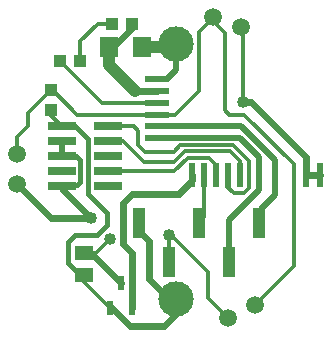
<source format=gbr>
G04 DipTrace 3.2.0.1*
G04 Top.gbr*
%MOIN*%
G04 #@! TF.FileFunction,Copper,L1,Top*
G04 #@! TF.Part,Single*
%AMOUTLINE0*
4,1,4,
0.021654,0.019685,
0.021654,-0.019685,
-0.021654,-0.019685,
-0.021654,0.019685,
0.021654,0.019685,
0*%
G04 #@! TA.AperFunction,Conductor*
%ADD13C,0.023622*%
%ADD14C,0.012992*%
%ADD15C,0.015748*%
%ADD16C,0.019685*%
%ADD17C,0.03937*%
%ADD19R,0.059055X0.051181*%
%ADD20R,0.062992X0.070866*%
G04 #@! TA.AperFunction,ComponentPad*
%ADD21C,0.059055*%
%ADD22R,0.03937X0.043307*%
%ADD23R,0.023622X0.051181*%
%ADD24R,0.07874X0.023622*%
%ADD25R,0.023622X0.07874*%
%ADD27R,0.094488X0.029921*%
G04 #@! TA.AperFunction,ComponentPad*
%ADD28C,0.11811*%
%ADD30R,0.03937X0.098819*%
G04 #@! TA.AperFunction,ViaPad*
%ADD31C,0.04*%
%ADD63OUTLINE0*%
%FSLAX26Y26*%
G04*
G70*
G90*
G75*
G01*
G04 Top*
%LPD*%
X971260Y534252D2*
D13*
Y481496D1*
X931496Y441732D1*
X819291D1*
X758661Y502362D1*
X751969D1*
X666142Y611811D2*
D14*
Y588189D1*
X751969Y502362D1*
X971260Y534252D2*
D13*
X948425D1*
X883465Y599213D1*
Y725984D1*
X848819Y760630D1*
Y787795D1*
X666142Y611811D2*
D15*
X653543D1*
X611417Y653937D1*
Y721654D1*
X635827Y746063D1*
X710630D1*
X743701Y779134D1*
Y818898D1*
X680709Y881890D1*
Y1065354D1*
X636614Y1109449D1*
X592520D1*
X591339Y1108268D1*
X556693Y1163780D2*
D14*
Y1142913D1*
X591339Y1108268D1*
Y908268D2*
D15*
X588583D1*
X583858Y912992D1*
X641339D1*
X652756Y924409D1*
Y998031D1*
X640157Y1010630D1*
X609449D1*
X605118Y1006299D1*
X589370D1*
Y1015748D1*
X603150D1*
X595669Y1008268D1*
X591339D1*
X1407087Y946850D2*
D13*
X1452362D1*
X1407087D2*
Y1005906D1*
X1223228Y1189764D1*
X1197244D1*
X689370Y802362D2*
D16*
X591339Y900394D1*
Y908268D1*
X837008Y1226772D2*
D13*
X909055D1*
Y1226378D1*
X591339Y1058268D2*
D16*
Y1008268D1*
X666142Y686614D2*
D13*
X687795D1*
X789370Y585039D1*
X948819Y657480D2*
D14*
Y747638D1*
X948425D1*
X666142Y686614D2*
X705512D1*
X751181Y732283D1*
X1197244Y1189764D2*
Y1432274D1*
X1189929Y1439589D1*
X689370Y802362D2*
D13*
X554724D1*
X441732Y915354D1*
X1145650Y470356D2*
D14*
X1080709Y535297D1*
Y622835D1*
X955906Y747638D1*
X948425D1*
X750394Y1372835D2*
D17*
Y1313386D1*
X837008Y1226772D1*
X750394Y1372835D2*
D13*
X762321D1*
X826772Y1437286D1*
Y1450394D1*
X652756Y1325984D2*
D14*
Y1391732D1*
X711417Y1450394D1*
X759843D1*
X909055Y1187008D2*
X724803D1*
X585827Y1325984D1*
X1066535Y946850D2*
Y805512D1*
X1048819Y787795D1*
X744882Y1108268D2*
X785039D1*
X744882D2*
X833071D1*
X846850Y1094488D1*
Y1046457D1*
X869291Y1024016D1*
X964961D1*
X987008Y1046063D1*
X1162205D1*
X1216142Y992126D1*
Y903937D1*
X1198425Y886220D1*
X1165354D1*
X1144094Y907480D1*
Y948031D1*
X1145276Y946850D1*
X744882Y1058268D2*
X796850D1*
X864961Y990157D1*
X967323D1*
X1002756Y1025591D1*
X1153543D1*
X1184646Y994488D1*
Y946850D1*
X744882Y958268D2*
X966929D1*
X1011417Y1002756D1*
X1083071D1*
X1105906Y979921D1*
Y946850D1*
X1248819Y787795D2*
D16*
X1254331D1*
Y831890D1*
X1302362Y879921D1*
Y997638D1*
X1190551Y1109449D1*
X910236D1*
X909055Y1108268D1*
Y1265748D2*
X940945D1*
X971260Y1296063D1*
Y1384646D1*
X860630Y1372835D2*
D17*
X959449D1*
X971260Y1384646D1*
X826772Y502362D2*
D13*
Y687402D1*
X797244Y716929D1*
Y854331D1*
X827165Y884252D1*
X982283D1*
X1027165Y929134D1*
Y946850D1*
X1148819Y657480D2*
D16*
Y796457D1*
X1250394Y898031D1*
Y1005118D1*
X1186614Y1068898D1*
X909055D1*
X1095961Y1473791D2*
D14*
X1098988D1*
X1049606Y1424409D1*
Y1227559D1*
X969291Y1147244D1*
X909449D1*
X909055Y1147638D1*
X556693Y1230709D2*
X555118D1*
X479134Y1154724D1*
Y1109055D1*
X441732Y1071654D1*
Y1015354D1*
X909055Y1147638D2*
X643701D1*
X558661Y1232677D1*
X556693Y1230709D1*
X1235529Y514193D2*
X1365354Y644018D1*
Y981496D1*
X1199213Y1147638D1*
X1149606D1*
X1134252Y1162992D1*
Y1420079D1*
X1095961Y1458370D1*
Y1473791D1*
D31*
X1197244Y1189764D3*
X689370Y802362D3*
X751181Y732283D3*
X948425Y747638D3*
X837008Y1226772D3*
D19*
X666142Y611811D3*
Y686614D3*
D20*
X860630Y1372835D3*
X750394D3*
D63*
X826772Y1450394D3*
X759843D3*
D21*
X1095961Y1473791D3*
X1189929Y1439589D3*
X441732Y1015354D3*
Y915354D3*
X1235529Y514193D3*
X1145650Y470356D3*
D22*
X556693Y1230709D3*
Y1163780D3*
D63*
X585827Y1325984D3*
X652756D3*
D23*
X751969Y502362D3*
X826772D3*
X789370Y585039D3*
D24*
X909055Y1265748D3*
Y1226378D3*
Y1187008D3*
Y1147638D3*
Y1108268D3*
Y1068898D3*
D25*
X1027165Y946850D3*
X1066535D3*
X1105906D3*
X1145276D3*
X1184646D3*
X1407087D3*
X1452362D3*
D27*
X591339Y1008268D3*
Y958268D3*
Y908268D3*
Y1058268D3*
Y1108268D3*
X744882Y1008268D3*
Y958268D3*
Y908268D3*
Y1058268D3*
Y1108268D3*
D28*
X971260Y1384646D3*
Y534252D3*
D30*
X948819Y657480D3*
X1048819Y787795D3*
X848819D3*
X1148819Y657480D3*
X1248819Y787795D3*
M02*

</source>
